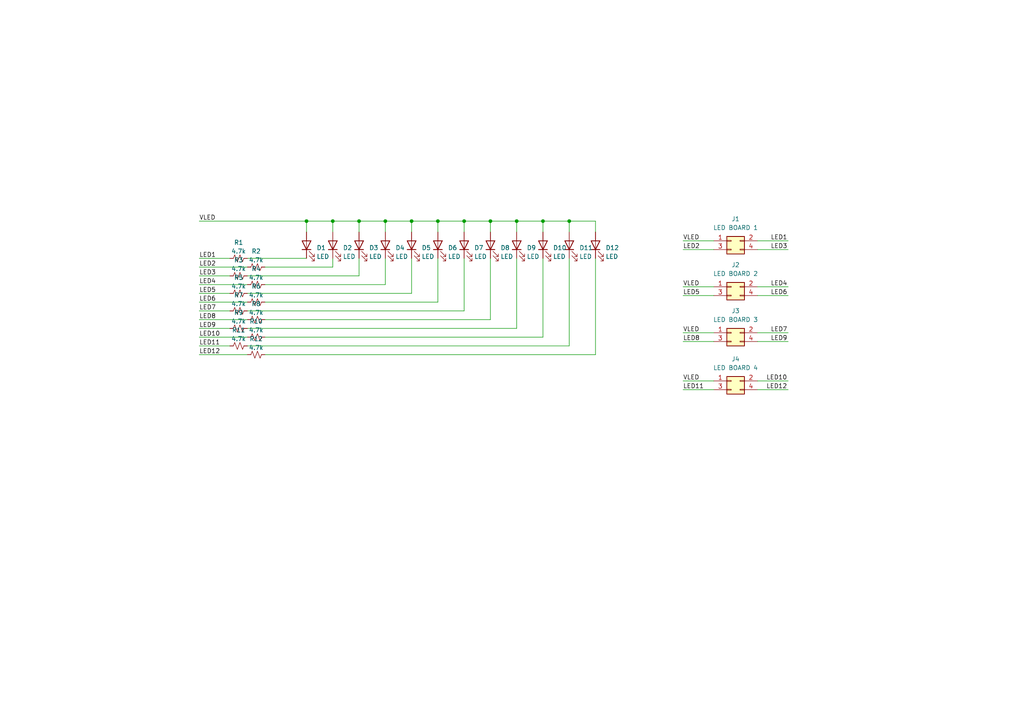
<source format=kicad_sch>
(kicad_sch (version 20230121) (generator eeschema)
  (paper "A4")
  (lib_symbols
    (symbol "Connector_Generic:Conn_02x02_Odd_Even" (pin_names (offset 1.016) hide)
      (property "Reference" "J" (at 1.27 2.54 0))
      (property "Value" "Conn_02x02_Odd_Even" (at 1.27 -5.08 0))
      (symbol "Conn_02x02_Odd_Even_1_1"
        (rectangle (start -1.27 -2.413) (end 0 -2.667) (stroke (width 0.1524)))
        (rectangle (start -1.27 0.127) (end 0 -0.127) (stroke (width 0.1524)))
        (rectangle (start -1.27 1.27) (end 3.81 -3.81) (stroke (width 0.254)) (fill (type background)))
        (rectangle (start 3.81 -2.413) (end 2.54 -2.667) (stroke (width 0.1524)))
        (rectangle (start 3.81 0.127) (end 2.54 -0.127) (stroke (width 0.1524)))
        (pin passive line (at -5.08 0 0) (length 3.81) (name "Pin_1") (number "1"))
        (pin passive line (at 7.62 0 180) (length 3.81) (name "Pin_2") (number "2"))
        (pin passive line (at -5.08 -2.54 0) (length 3.81) (name "Pin_3") (number "3"))
        (pin passive line (at 7.62 -2.54 180) (length 3.81) (name "Pin_4") (number "4"))
      )
    )
    (symbol "Device:LED" (pin_numbers hide) (pin_names (offset 1.016) hide)
      (property "Reference" "D" (at 0 2.54 0))
      (property "Value" "LED" (at 0 -2.54 0))
      (symbol "LED_0_1"
        (polyline (pts (xy -1.27 -1.27) (xy -1.27 1.27)) (stroke (width 0.254)))
        (polyline (pts (xy -1.27 0) (xy 1.27 0)))
        (polyline (pts (xy 1.27 -1.27) (xy 1.27 1.27) (xy -1.27 0) (xy 1.27 -1.27)) (stroke (width 0.254)))
        (polyline (pts (xy -3.048 -0.762) (xy -4.572 -2.286) (xy -3.81 -2.286) (xy -4.572 -2.286) (xy -4.572 -1.524)))
        (polyline (pts (xy -1.778 -0.762) (xy -3.302 -2.286) (xy -2.54 -2.286) (xy -3.302 -2.286) (xy -3.302 -1.524)))
      )
      (symbol "LED_1_1"
        (pin passive line (at -3.81 0 0) (length 2.54) (name "K") (number "1"))
        (pin passive line (at 3.81 0 180) (length 2.54) (name "A") (number "2"))
      )
    )
    (symbol "Device:R_Small_US" (pin_numbers hide) (pin_names (offset 0.254) hide)
      (property "Reference" "R" (at 0.762 0.508 0))
      (property "Value" "R_Small_US" (at 0.762 -1.016 0))
      (symbol "R_Small_US_1_1"
        (polyline (pts (xy 0 0) (xy 1.016 -0.381) (xy 0 -0.762) (xy -1.016 -1.143) (xy 0 -1.524)))
        (polyline (pts (xy 0 1.524) (xy 1.016 1.143) (xy 0 0.762) (xy -1.016 0.381) (xy 0 0)))
        (pin passive line (at 0 2.54 270) (length 1.016) (name "~") (number "1"))
        (pin passive line (at 0 -2.54 90) (length 1.016) (name "~") (number "2"))
      )
    )
  )
  (junction (at 88.9 64.135))
  (junction (at 165.1 64.135))
  (junction (at 111.76 64.135))
  (junction (at 104.14 64.135))
  (junction (at 142.24 64.135))
  (junction (at 149.86 64.135))
  (junction (at 96.52 64.135))
  (junction (at 119.38 64.135))
  (junction (at 127 64.135))
  (junction (at 134.62 64.135))
  (junction (at 157.48 64.135))
  (wire (pts (xy 57.785 64.135) (xy 88.9 64.135)))
  (wire (pts (xy 57.785 97.79) (xy 71.755 97.79)))
  (wire (pts (xy 71.755 80.01) (xy 104.14 80.01)))
  (wire (pts (xy 119.38 64.135) (xy 127 64.135)))
  (wire (pts (xy 71.755 85.09) (xy 119.38 85.09)))
  (wire (pts (xy 198.12 83.185) (xy 207.01 83.185)))
  (wire (pts (xy 134.62 90.17) (xy 134.62 74.93)))
  (wire (pts (xy 198.12 110.49) (xy 207.01 110.49)))
  (wire (pts (xy 96.52 64.135) (xy 104.14 64.135)))
  (wire (pts (xy 142.24 64.135) (xy 134.62 64.135)))
  (wire (pts (xy 88.9 64.135) (xy 96.52 64.135)))
  (wire (pts (xy 219.71 99.06) (xy 228.6 99.06)))
  (wire (pts (xy 198.12 85.725) (xy 207.01 85.725)))
  (wire (pts (xy 198.12 69.85) (xy 207.01 69.85)))
  (wire (pts (xy 219.71 113.03) (xy 228.6 113.03)))
  (wire (pts (xy 134.62 64.135) (xy 127 64.135)))
  (wire (pts (xy 198.12 113.03) (xy 207.01 113.03)))
  (wire (pts (xy 172.72 74.93) (xy 172.72 102.87)))
  (wire (pts (xy 57.785 74.93) (xy 66.675 74.93)))
  (wire (pts (xy 127 64.135) (xy 127 67.31)))
  (wire (pts (xy 157.48 97.79) (xy 157.48 74.93)))
  (wire (pts (xy 76.835 82.55) (xy 111.76 82.55)))
  (wire (pts (xy 165.1 67.31) (xy 165.1 64.135)))
  (wire (pts (xy 198.12 72.39) (xy 207.01 72.39)))
  (wire (pts (xy 149.86 64.135) (xy 149.86 67.31)))
  (wire (pts (xy 165.1 64.135) (xy 157.48 64.135)))
  (wire (pts (xy 57.785 77.47) (xy 71.755 77.47)))
  (wire (pts (xy 127 87.63) (xy 127 74.93)))
  (wire (pts (xy 104.14 80.01) (xy 104.14 74.93)))
  (wire (pts (xy 88.9 67.31) (xy 88.9 64.135)))
  (wire (pts (xy 71.755 102.87) (xy 57.785 102.87)))
  (wire (pts (xy 134.62 64.135) (xy 134.62 67.31)))
  (wire (pts (xy 219.71 69.85) (xy 228.6 69.85)))
  (wire (pts (xy 219.71 83.185) (xy 228.6 83.185)))
  (wire (pts (xy 57.785 85.09) (xy 66.675 85.09)))
  (wire (pts (xy 71.755 95.25) (xy 149.86 95.25)))
  (wire (pts (xy 219.71 85.725) (xy 228.6 85.725)))
  (wire (pts (xy 119.38 85.09) (xy 119.38 74.93)))
  (wire (pts (xy 111.76 64.135) (xy 119.38 64.135)))
  (wire (pts (xy 57.785 90.17) (xy 66.675 90.17)))
  (wire (pts (xy 76.835 87.63) (xy 127 87.63)))
  (wire (pts (xy 57.785 100.33) (xy 66.675 100.33)))
  (wire (pts (xy 57.785 82.55) (xy 71.755 82.55)))
  (wire (pts (xy 76.835 102.87) (xy 172.72 102.87)))
  (wire (pts (xy 104.14 64.135) (xy 111.76 64.135)))
  (wire (pts (xy 57.785 95.25) (xy 66.675 95.25)))
  (wire (pts (xy 165.1 64.135) (xy 172.72 64.135)))
  (wire (pts (xy 57.785 92.71) (xy 71.755 92.71)))
  (wire (pts (xy 149.86 95.25) (xy 149.86 74.93)))
  (wire (pts (xy 76.835 77.47) (xy 96.52 77.47)))
  (wire (pts (xy 142.24 64.135) (xy 142.24 67.31)))
  (wire (pts (xy 111.76 64.135) (xy 111.76 67.31)))
  (wire (pts (xy 157.48 64.135) (xy 157.48 67.31)))
  (wire (pts (xy 71.755 74.93) (xy 88.9 74.93)))
  (wire (pts (xy 149.86 64.135) (xy 142.24 64.135)))
  (wire (pts (xy 219.71 72.39) (xy 228.6 72.39)))
  (wire (pts (xy 76.835 92.71) (xy 142.24 92.71)))
  (wire (pts (xy 219.71 96.52) (xy 228.6 96.52)))
  (wire (pts (xy 142.24 92.71) (xy 142.24 74.93)))
  (wire (pts (xy 76.835 97.79) (xy 157.48 97.79)))
  (wire (pts (xy 157.48 64.135) (xy 149.86 64.135)))
  (wire (pts (xy 111.76 82.55) (xy 111.76 74.93)))
  (wire (pts (xy 219.71 110.49) (xy 228.6 110.49)))
  (wire (pts (xy 96.52 77.47) (xy 96.52 74.93)))
  (wire (pts (xy 71.755 100.33) (xy 165.1 100.33)))
  (wire (pts (xy 71.755 90.17) (xy 134.62 90.17)))
  (wire (pts (xy 198.12 99.06) (xy 207.01 99.06)))
  (wire (pts (xy 96.52 64.135) (xy 96.52 67.31)))
  (wire (pts (xy 172.72 67.31) (xy 172.72 64.135)))
  (wire (pts (xy 119.38 64.135) (xy 119.38 67.31)))
  (wire (pts (xy 198.12 96.52) (xy 207.01 96.52)))
  (wire (pts (xy 57.785 87.63) (xy 71.755 87.63)))
  (wire (pts (xy 165.1 100.33) (xy 165.1 74.93)))
  (wire (pts (xy 104.14 64.135) (xy 104.14 67.31)))
  (wire (pts (xy 57.785 80.01) (xy 66.675 80.01)))
  (label "LED1" (at 223.52 69.85 0))
  (label "VLED" (at 198.12 83.185 0))
  (label "VLED" (at 57.785 64.135 0))
  (label "LED9" (at 223.52 99.06 0))
  (label "LED7" (at 57.785 90.17 0))
  (label "LED11" (at 57.785 100.33 0))
  (label "LED12" (at 57.785 102.87 0))
  (label "LED3" (at 57.785 80.01 0))
  (label "LED7" (at 223.52 96.52 0))
  (label "LED6" (at 223.52 85.725 0))
  (label "VLED" (at 198.12 96.52 0))
  (label "LED5" (at 198.12 85.725 0))
  (label "LED10" (at 57.785 97.79 0))
  (label "LED10" (at 222.25 110.49 0))
  (label "LED11" (at 198.12 113.03 0))
  (label "LED6" (at 57.785 87.63 0))
  (label "LED12" (at 222.25 113.03 0))
  (label "LED4" (at 57.785 82.55 0))
  (label "LED2" (at 198.12 72.39 0))
  (label "LED8" (at 198.12 99.06 0))
  (label "LED3" (at 223.52 72.39 0))
  (label "LED2" (at 57.785 77.47 0))
  (label "VLED" (at 198.12 110.49 0))
  (label "LED4" (at 223.52 83.185 0))
  (label "LED9" (at 57.785 95.25 0))
  (label "LED8" (at 57.785 92.71 0))
  (label "VLED" (at 198.12 69.85 0))
  (label "LED1" (at 57.785 74.93 0))
  (label "LED5" (at 57.785 85.09 0))
  (symbol (lib_id "Device:LED") (at 127 71.12 90) (unit 1)
    (property "Reference" "D6" (at 129.921 71.8728 90) (effects (justify right)))
    (property "Value" "LED" (at 129.921 74.4097 90) (effects (justify right)))
    (property "Footprint" "LED_SMD:LED_1206_3216Metric_Pad1.42x1.75mm_HandSolder" (effects hide))
  )
  (symbol (lib_id "Device:LED") (at 172.72 71.12 90) (unit 1)
    (property "Reference" "D12" (at 175.641 71.8728 90) (effects (justify right)))
    (property "Value" "LED" (at 175.641 74.4097 90) (effects (justify right)))
    (property "Footprint" "LED_SMD:LED_1206_3216Metric_Pad1.42x1.75mm_HandSolder" (effects hide))
  )
  (symbol (lib_id "Device:LED") (at 149.86 71.12 90) (unit 1)
    (property "Reference" "D9" (at 152.781 71.8728 90) (effects (justify right)))
    (property "Value" "LED" (at 152.781 74.4097 90) (effects (justify right)))
    (property "Footprint" "LED_SMD:LED_1206_3216Metric_Pad1.42x1.75mm_HandSolder" (effects hide))
  )
  (symbol (lib_id "Device:LED") (at 104.14 71.12 90) (unit 1)
    (property "Reference" "D3" (at 107.061 71.8728 90) (effects (justify right)))
    (property "Value" "LED" (at 107.061 74.4097 90) (effects (justify right)))
    (property "Footprint" "LED_SMD:LED_1206_3216Metric_Pad1.42x1.75mm_HandSolder" (effects hide))
  )
  (symbol (lib_id "Device:R_Small_US") (at 69.215 95.25 90) (unit 1)
    (property "Reference" "R9" (at 69.215 90.6612 90))
    (property "Value" "4.7k" (at 69.215 93.1981 90))
    (property "Footprint" "Resistor_SMD:R_0805_2012Metric_Pad1.20x1.40mm_HandSolder" (effects hide))
  )
  (symbol (lib_id "Device:LED") (at 165.1 71.12 90) (unit 1)
    (property "Reference" "D11" (at 168.021 71.8728 90) (effects (justify right)))
    (property "Value" "LED" (at 168.021 74.4097 90) (effects (justify right)))
    (property "Footprint" "LED_SMD:LED_1206_3216Metric_Pad1.42x1.75mm_HandSolder" (effects hide))
  )
  (symbol (lib_id "Device:R_Small_US") (at 69.215 74.93 90) (unit 1)
    (property "Reference" "R1" (at 69.215 70.3412 90))
    (property "Value" "4.7k" (at 69.215 72.8781 90))
    (property "Footprint" "Resistor_SMD:R_0805_2012Metric_Pad1.20x1.40mm_HandSolder" (effects hide))
  )
  (symbol (lib_id "Device:R_Small_US") (at 74.295 77.47 90) (unit 1)
    (property "Reference" "R2" (at 74.295 72.8812 90))
    (property "Value" "4.7k" (at 74.295 75.4181 90))
    (property "Footprint" "Resistor_SMD:R_0805_2012Metric_Pad1.20x1.40mm_HandSolder" (effects hide))
  )
  (symbol (lib_id "Device:R_Small_US") (at 69.215 85.09 90) (unit 1)
    (property "Reference" "R5" (at 69.215 80.5012 90))
    (property "Value" "4.7k" (at 69.215 83.0381 90))
    (property "Footprint" "Resistor_SMD:R_0805_2012Metric_Pad1.20x1.40mm_HandSolder" (effects hide))
  )
  (symbol (lib_id "Device:LED") (at 88.9 71.12 90) (unit 1)
    (property "Reference" "D1" (at 91.821 71.8728 90) (effects (justify right)))
    (property "Value" "LED" (at 91.821 74.4097 90) (effects (justify right)))
    (property "Footprint" "LED_SMD:LED_1206_3216Metric_Pad1.42x1.75mm_HandSolder" (effects hide))
  )
  (symbol (lib_id "Device:R_Small_US") (at 74.295 87.63 90) (unit 1)
    (property "Reference" "R6" (at 74.295 83.0412 90))
    (property "Value" "4.7k" (at 74.295 85.5781 90))
    (property "Footprint" "Resistor_SMD:R_0805_2012Metric_Pad1.20x1.40mm_HandSolder" (effects hide))
  )
  (symbol (lib_id "Connector_Generic:Conn_02x02_Odd_Even") (at 212.09 83.185 0) (unit 1)
    (property "Reference" "J2" (at 213.36 76.835 0))
    (property "Value" "LED BOARD 2" (at 213.36 79.375 0))
    (property "Footprint" "Connector_PinHeader_2.54mm:PinHeader_2x02_P2.54mm_Vertical_SMD" (effects hide))
  )
  (symbol (lib_id "Device:LED") (at 134.62 71.12 90) (unit 1)
    (property "Reference" "D7" (at 137.541 71.8728 90) (effects (justify right)))
    (property "Value" "LED" (at 137.541 74.4097 90) (effects (justify right)))
    (property "Footprint" "LED_SMD:LED_1206_3216Metric_Pad1.42x1.75mm_HandSolder" (effects hide))
  )
  (symbol (lib_id "Device:R_Small_US") (at 74.295 97.79 90) (unit 1)
    (property "Reference" "R10" (at 74.295 93.2012 90))
    (property "Value" "4.7k" (at 74.295 95.7381 90))
    (property "Footprint" "Resistor_SMD:R_0805_2012Metric_Pad1.20x1.40mm_HandSolder" (effects hide))
  )
  (symbol (lib_id "Device:R_Small_US") (at 69.215 90.17 90) (unit 1)
    (property "Reference" "R7" (at 69.215 85.5812 90))
    (property "Value" "4.7k" (at 69.215 88.1181 90))
    (property "Footprint" "Resistor_SMD:R_0805_2012Metric_Pad1.20x1.40mm_HandSolder" (effects hide))
  )
  (symbol (lib_id "Device:LED") (at 96.52 71.12 90) (unit 1)
    (property "Reference" "D2" (at 99.441 71.8728 90) (effects (justify right)))
    (property "Value" "LED" (at 99.441 74.4097 90) (effects (justify right)))
    (property "Footprint" "LED_SMD:LED_1206_3216Metric_Pad1.42x1.75mm_HandSolder" (effects hide))
  )
  (symbol (lib_id "Device:LED") (at 142.24 71.12 90) (unit 1)
    (property "Reference" "D8" (at 145.161 71.8728 90) (effects (justify right)))
    (property "Value" "LED" (at 145.161 74.4097 90) (effects (justify right)))
    (property "Footprint" "LED_SMD:LED_1206_3216Metric_Pad1.42x1.75mm_HandSolder" (effects hide))
  )
  (symbol (lib_id "Connector_Generic:Conn_02x02_Odd_Even") (at 212.09 69.85 0) (unit 1)
    (property "Reference" "J1" (at 213.36 63.5 0))
    (property "Value" "LED BOARD 1" (at 213.36 66.04 0))
    (property "Footprint" "Connector_PinHeader_2.54mm:PinHeader_2x02_P2.54mm_Vertical_SMD" (effects hide))
  )
  (symbol (lib_id "Device:R_Small_US") (at 74.295 92.71 90) (unit 1)
    (property "Reference" "R8" (at 74.295 88.1212 90))
    (property "Value" "4.7k" (at 74.295 90.6581 90))
    (property "Footprint" "Resistor_SMD:R_0805_2012Metric_Pad1.20x1.40mm_HandSolder" (effects hide))
  )
  (symbol (lib_id "Device:LED") (at 119.38 71.12 90) (unit 1)
    (property "Reference" "D5" (at 122.301 71.8728 90) (effects (justify right)))
    (property "Value" "LED" (at 122.301 74.4097 90) (effects (justify right)))
    (property "Footprint" "LED_SMD:LED_1206_3216Metric_Pad1.42x1.75mm_HandSolder" (effects hide))
  )
  (symbol (lib_id "Device:R_Small_US") (at 74.295 82.55 90) (unit 1)
    (property "Reference" "R4" (at 74.295 77.9612 90))
    (property "Value" "4.7k" (at 74.295 80.4981 90))
    (property "Footprint" "Resistor_SMD:R_0805_2012Metric_Pad1.20x1.40mm_HandSolder" (effects hide))
  )
  (symbol (lib_id "Connector_Generic:Conn_02x02_Odd_Even") (at 212.09 110.49 0) (unit 1)
    (property "Reference" "J4" (at 213.36 104.14 0))
    (property "Value" "LED BOARD 4" (at 213.36 106.68 0))
    (property "Footprint" "Connector_PinHeader_2.54mm:PinHeader_2x02_P2.54mm_Vertical_SMD" (effects hide))
  )
  (symbol (lib_id "Device:R_Small_US") (at 74.295 102.87 90) (unit 1)
    (property "Reference" "R12" (at 74.295 98.2812 90))
    (property "Value" "4.7k" (at 74.295 100.8181 90))
    (property "Footprint" "Resistor_SMD:R_0805_2012Metric_Pad1.20x1.40mm_HandSolder" (effects hide))
  )
  (symbol (lib_id "Device:LED") (at 157.48 71.12 90) (unit 1)
    (property "Reference" "D10" (at 160.401 71.8728 90) (effects (justify right)))
    (property "Value" "LED" (at 160.401 74.4097 90) (effects (justify right)))
    (property "Footprint" "LED_SMD:LED_1206_3216Metric_Pad1.42x1.75mm_HandSolder" (effects hide))
  )
  (symbol (lib_id "Device:R_Small_US") (at 69.215 100.33 90) (unit 1)
    (property "Reference" "R11" (at 69.215 95.7412 90))
    (property "Value" "4.7k" (at 69.215 98.2781 90))
    (property "Footprint" "Resistor_SMD:R_0805_2012Metric_Pad1.20x1.40mm_HandSolder" (effects hide))
  )
  (symbol (lib_id "Connector_Generic:Conn_02x02_Odd_Even") (at 212.09 96.52 0) (unit 1)
    (property "Reference" "J3" (at 213.36 90.17 0))
    (property "Value" "LED BOARD 3" (at 213.36 92.71 0))
    (property "Footprint" "Connector_PinHeader_2.54mm:PinHeader_2x02_P2.54mm_Vertical_SMD" (effects hide))
  )
  (symbol (lib_id "Device:LED") (at 111.76 71.12 90) (unit 1)
    (property "Reference" "D4" (at 114.681 71.8728 90) (effects (justify right)))
    (property "Value" "LED" (at 114.681 74.4097 90) (effects (justify right)))
    (property "Footprint" "LED_SMD:LED_1206_3216Metric_Pad1.42x1.75mm_HandSolder" (effects hide))
  )
  (symbol (lib_id "Device:R_Small_US") (at 69.215 80.01 90) (unit 1)
    (property "Reference" "R3" (at 69.215 75.4212 90))
    (property "Value" "4.7k" (at 69.215 77.9581 90))
    (property "Footprint" "Resistor_SMD:R_0805_2012Metric_Pad1.20x1.40mm_HandSolder" (effects hide))
  )
)
</source>
